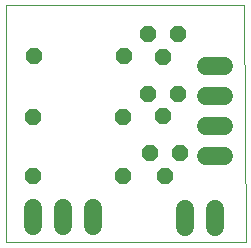
<source format=gtl>
G75*
%MOIN*%
%OFA0B0*%
%FSLAX25Y25*%
%IPPOS*%
%LPD*%
%AMOC8*
5,1,8,0,0,1.08239X$1,22.5*
%
%ADD10C,0.00000*%
%ADD11C,0.06000*%
%ADD12OC8,0.05200*%
D10*
X0001800Y0001800D02*
X0001800Y0080737D01*
X0081249Y0080737D01*
X0081643Y0001800D01*
X0001800Y0001800D01*
D11*
X0010894Y0007265D02*
X0010894Y0013265D01*
X0020894Y0013265D02*
X0020894Y0007265D01*
X0030894Y0007265D02*
X0030894Y0013265D01*
X0061564Y0012989D02*
X0061564Y0006989D01*
X0071564Y0006989D02*
X0071564Y0012989D01*
X0074485Y0030383D02*
X0068485Y0030383D01*
X0068485Y0040383D02*
X0074485Y0040383D01*
X0074485Y0050383D02*
X0068485Y0050383D01*
X0068485Y0060383D02*
X0074485Y0060383D01*
D12*
X0059241Y0051249D03*
X0054241Y0043749D03*
X0049241Y0051249D03*
X0040658Y0043611D03*
X0049635Y0031485D03*
X0054635Y0023985D03*
X0059635Y0031485D03*
X0040658Y0023847D03*
X0010658Y0023847D03*
X0010658Y0043611D03*
X0011052Y0063769D03*
X0041052Y0063769D03*
X0049241Y0071013D03*
X0054241Y0063513D03*
X0059241Y0071013D03*
M02*

</source>
